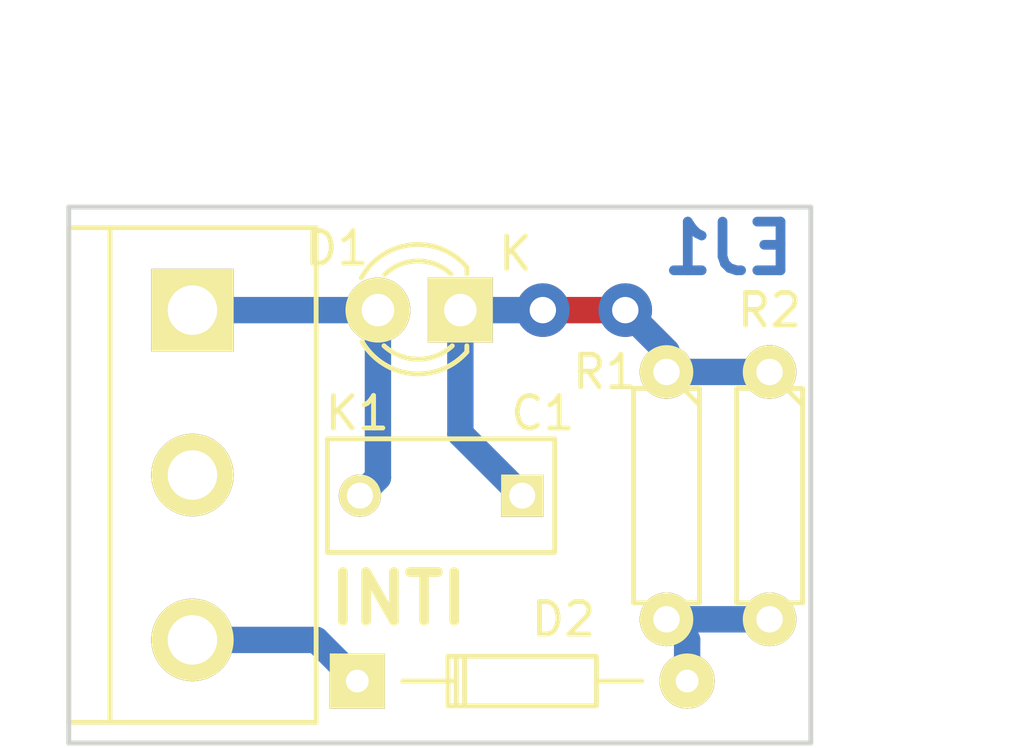
<source format=kicad_pcb>
(kicad_pcb (version 4) (host pcbnew 4.0.0-rc1-stable)

  (general
    (links 8)
    (no_connects 0)
    (area 126.924999 95.809999 149.935001 112.470001)
    (thickness 1.6)
    (drawings 8)
    (tracks 18)
    (zones 0)
    (modules 6)
    (nets 6)
  )

  (page A4)
  (title_block
    (title "Práctica KiCad")
    (date 2015-11-30)
    (rev 1.0)
    (company "Nucleoelétrica Argentina SA")
    (comment 1 "Autor: Pablo Origlia")
  )

  (layers
    (0 F.Cu signal)
    (31 B.Cu signal)
    (32 B.Adhes user)
    (33 F.Adhes user)
    (34 B.Paste user)
    (35 F.Paste user)
    (36 B.SilkS user)
    (37 F.SilkS user)
    (38 B.Mask user)
    (39 F.Mask user)
    (40 Dwgs.User user)
    (41 Cmts.User user)
    (42 Eco1.User user)
    (43 Eco2.User user)
    (44 Edge.Cuts user)
    (45 Margin user)
    (46 B.CrtYd user)
    (47 F.CrtYd user)
    (48 B.Fab user)
    (49 F.Fab user)
  )

  (setup
    (last_trace_width 0.25)
    (user_trace_width 0.8128)
    (trace_clearance 0.8128)
    (zone_clearance 0.508)
    (zone_45_only no)
    (trace_min 0.2)
    (segment_width 0.2)
    (edge_width 0.15)
    (via_size 0.6)
    (via_drill 0.4)
    (via_min_size 0.4)
    (via_min_drill 0.3)
    (user_via 1.651 0.8128)
    (uvia_size 0.3)
    (uvia_drill 0.1)
    (uvias_allowed no)
    (uvia_min_size 0.2)
    (uvia_min_drill 0.1)
    (pcb_text_width 0.3)
    (pcb_text_size 1.5 1.5)
    (mod_edge_width 0.15)
    (mod_text_size 1 1)
    (mod_text_width 0.15)
    (pad_size 1.524 1.524)
    (pad_drill 0.762)
    (pad_to_mask_clearance 0.2)
    (aux_axis_origin 0 0)
    (visible_elements 7FFEFFFF)
    (pcbplotparams
      (layerselection 0x00030_80000001)
      (usegerberextensions false)
      (excludeedgelayer true)
      (linewidth 0.100000)
      (plotframeref false)
      (viasonmask false)
      (mode 1)
      (useauxorigin false)
      (hpglpennumber 1)
      (hpglpenspeed 20)
      (hpglpendiameter 15)
      (hpglpenoverlay 2)
      (psnegative false)
      (psa4output false)
      (plotreference true)
      (plotvalue true)
      (plotinvisibletext false)
      (padsonsilk false)
      (subtractmaskfromsilk false)
      (outputformat 1)
      (mirror false)
      (drillshape 1)
      (scaleselection 1)
      (outputdirectory ""))
  )

  (net 0 "")
  (net 1 "Net-(C1-Pad1)")
  (net 2 "Net-(C1-Pad2)")
  (net 3 "Net-(D2-Pad2)")
  (net 4 "Net-(D2-Pad1)")
  (net 5 "Net-(K1-Pad2)")

  (net_class Default "This is the default net class."
    (clearance 0.8128)
    (trace_width 0.25)
    (via_dia 0.6)
    (via_drill 0.4)
    (uvia_dia 0.3)
    (uvia_drill 0.1)
    (add_net "Net-(C1-Pad1)")
    (add_net "Net-(C1-Pad2)")
    (add_net "Net-(D2-Pad1)")
    (add_net "Net-(D2-Pad2)")
    (add_net "Net-(K1-Pad2)")
  )

  (module ej1:C_Rect_L7_W3.5_P5 (layer F.Cu) (tedit 565C70DE) (tstamp 565C69EA)
    (at 140.97 104.775 180)
    (descr "Film Capacitor Length 7mm x Width 3.5mm, Pitch 5mm")
    (tags Capacitor)
    (path /565C5C0B)
    (fp_text reference C1 (at -0.635 2.54 180) (layer F.SilkS)
      (effects (font (size 1 1) (thickness 0.15)))
    )
    (fp_text value "100 nF" (at 2.5 3 180) (layer F.Fab)
      (effects (font (size 1 1) (thickness 0.15)))
    )
    (fp_line (start -1.25 -2) (end 6.25 -2) (layer F.CrtYd) (width 0.05))
    (fp_line (start 6.25 -2) (end 6.25 2) (layer F.CrtYd) (width 0.05))
    (fp_line (start 6.25 2) (end -1.25 2) (layer F.CrtYd) (width 0.05))
    (fp_line (start -1.25 2) (end -1.25 -2) (layer F.CrtYd) (width 0.05))
    (fp_line (start -1 -1.75) (end 6 -1.75) (layer F.SilkS) (width 0.15))
    (fp_line (start 6 -1.75) (end 6 1.75) (layer F.SilkS) (width 0.15))
    (fp_line (start 6 1.75) (end -1 1.75) (layer F.SilkS) (width 0.15))
    (fp_line (start -1 1.75) (end -1 -1.75) (layer F.SilkS) (width 0.15))
    (pad 1 thru_hole rect (at 0 0 180) (size 1.3 1.3) (drill 0.8) (layers *.Cu *.Mask F.SilkS)
      (net 1 "Net-(C1-Pad1)"))
    (pad 2 thru_hole circle (at 5 0 180) (size 1.3 1.3) (drill 0.8) (layers *.Cu *.Mask F.SilkS)
      (net 2 "Net-(C1-Pad2)"))
    (model ../../../../../../Users/Pablo/Desktop/origlia_pablo/ej1.3dshapes/cnp_6mm_disc.wrl
      (at (xyz 0.1 0 0))
      (scale (xyz 1 1 1))
      (rotate (xyz 0 0 0))
    )
  )

  (module ej1:LED-3MM (layer F.Cu) (tedit 565C7084) (tstamp 565C69F0)
    (at 139.065 99.06 180)
    (descr "LED 3mm round vertical")
    (tags "LED  3mm round vertical")
    (path /565C5BCF)
    (fp_text reference D1 (at 3.81 1.905 180) (layer F.SilkS)
      (effects (font (size 1 1) (thickness 0.15)))
    )
    (fp_text value "LED ROJO" (at 1.3 -2.9 180) (layer F.Fab)
      (effects (font (size 1 1) (thickness 0.15)))
    )
    (fp_line (start -1.2 2.3) (end 3.8 2.3) (layer F.CrtYd) (width 0.05))
    (fp_line (start 3.8 2.3) (end 3.8 -2.2) (layer F.CrtYd) (width 0.05))
    (fp_line (start 3.8 -2.2) (end -1.2 -2.2) (layer F.CrtYd) (width 0.05))
    (fp_line (start -1.2 -2.2) (end -1.2 2.3) (layer F.CrtYd) (width 0.05))
    (fp_line (start -0.199 1.314) (end -0.199 1.114) (layer F.SilkS) (width 0.15))
    (fp_line (start -0.199 -1.28) (end -0.199 -1.1) (layer F.SilkS) (width 0.15))
    (fp_arc (start 1.301 0.034) (end -0.199 -1.286) (angle 108.5) (layer F.SilkS) (width 0.15))
    (fp_arc (start 1.301 0.034) (end 0.25 -1.1) (angle 85.7) (layer F.SilkS) (width 0.15))
    (fp_arc (start 1.311 0.034) (end 3.051 0.994) (angle 110) (layer F.SilkS) (width 0.15))
    (fp_arc (start 1.301 0.034) (end 2.335 1.094) (angle 87.5) (layer F.SilkS) (width 0.15))
    (fp_text user K (at -1.69 1.74 180) (layer F.SilkS)
      (effects (font (size 1 1) (thickness 0.15)))
    )
    (pad 1 thru_hole rect (at 0 0 270) (size 2 2) (drill 1.00076) (layers *.Cu *.Mask F.SilkS)
      (net 1 "Net-(C1-Pad1)"))
    (pad 2 thru_hole circle (at 2.54 0 180) (size 2 2) (drill 1.00076) (layers *.Cu *.Mask F.SilkS)
      (net 2 "Net-(C1-Pad2)"))
    (model ../../../../../../Users/Pablo/Desktop/origlia_pablo/ej1.3dshapes/LED-3MM.wrl
      (at (xyz 0.05 0 0))
      (scale (xyz 1 1 1))
      (rotate (xyz 0 0 90))
    )
  )

  (module ej1:Diode_DO-35_SOD27_Horizontal_RM10 (layer F.Cu) (tedit 565C7095) (tstamp 565C69F6)
    (at 135.89 110.49)
    (descr "Diode, DO-35,  SOD27, Horizontal, RM 10mm")
    (tags "Diode, DO-35, SOD27, Horizontal, RM 10mm, 1N4148,")
    (path /565C5CA9)
    (fp_text reference D2 (at 6.35 -1.905) (layer F.SilkS)
      (effects (font (size 1 1) (thickness 0.15)))
    )
    (fp_text value 1N4148 (at 4.41452 -3.55854) (layer F.Fab)
      (effects (font (size 1 1) (thickness 0.15)))
    )
    (fp_line (start 7.36652 -0.00254) (end 8.76352 -0.00254) (layer F.SilkS) (width 0.15))
    (fp_line (start 2.92152 -0.00254) (end 1.39752 -0.00254) (layer F.SilkS) (width 0.15))
    (fp_line (start 3.30252 -0.76454) (end 3.30252 0.75946) (layer F.SilkS) (width 0.15))
    (fp_line (start 3.04852 -0.76454) (end 3.04852 0.75946) (layer F.SilkS) (width 0.15))
    (fp_line (start 2.79452 -0.00254) (end 2.79452 0.75946) (layer F.SilkS) (width 0.15))
    (fp_line (start 2.79452 0.75946) (end 7.36652 0.75946) (layer F.SilkS) (width 0.15))
    (fp_line (start 7.36652 0.75946) (end 7.36652 -0.76454) (layer F.SilkS) (width 0.15))
    (fp_line (start 7.36652 -0.76454) (end 2.79452 -0.76454) (layer F.SilkS) (width 0.15))
    (fp_line (start 2.79452 -0.76454) (end 2.79452 -0.00254) (layer F.SilkS) (width 0.15))
    (pad 2 thru_hole circle (at 10.16052 -0.00254 180) (size 1.69926 1.69926) (drill 0.70104) (layers *.Cu *.Mask F.SilkS)
      (net 3 "Net-(D2-Pad2)"))
    (pad 1 thru_hole rect (at 0.00052 -0.00254 180) (size 1.69926 1.69926) (drill 0.70104) (layers *.Cu *.Mask F.SilkS)
      (net 4 "Net-(D2-Pad1)"))
    (model ../../../../../../Users/Pablo/Desktop/origlia_pablo/ej1.3dshapes/Diode_DO-35_SOD27_Horizontal_RM10.wrl
      (at (xyz 0.2 0 0))
      (scale (xyz 0.4 0.4 0.4))
      (rotate (xyz 0 0 180))
    )
  )

  (module ej1:bornier3 (layer F.Cu) (tedit 565C70FA) (tstamp 565C69FD)
    (at 130.81 104.14 270)
    (descr "Bornier d'alimentation 3 pins")
    (tags DEV)
    (path /565C5B45)
    (fp_text reference K1 (at -1.905 -5.08 360) (layer F.SilkS)
      (effects (font (size 1 1) (thickness 0.15)))
    )
    (fp_text value CONN_3 (at 0 5.08 270) (layer F.Fab)
      (effects (font (size 1 1) (thickness 0.15)))
    )
    (fp_line (start -7.62 3.81) (end -7.62 -3.81) (layer F.SilkS) (width 0.15))
    (fp_line (start 7.62 3.81) (end 7.62 -3.81) (layer F.SilkS) (width 0.15))
    (fp_line (start -7.62 2.54) (end 7.62 2.54) (layer F.SilkS) (width 0.15))
    (fp_line (start -7.62 -3.81) (end 7.62 -3.81) (layer F.SilkS) (width 0.15))
    (fp_line (start -7.62 3.81) (end 7.62 3.81) (layer F.SilkS) (width 0.15))
    (pad 1 thru_hole rect (at -5.08 0 270) (size 2.54 2.54) (drill 1.524) (layers *.Cu *.Mask F.SilkS)
      (net 2 "Net-(C1-Pad2)"))
    (pad 2 thru_hole circle (at 0 0 270) (size 2.54 2.54) (drill 1.524) (layers *.Cu *.Mask F.SilkS)
      (net 5 "Net-(K1-Pad2)"))
    (pad 3 thru_hole circle (at 5.08 0 270) (size 2.54 2.54) (drill 1.524) (layers *.Cu *.Mask F.SilkS)
      (net 4 "Net-(D2-Pad1)"))
    (model ../../../../../../Users/Pablo/Desktop/origlia_pablo/ej1.3dshapes/bornier3.wrl
      (at (xyz 0 0 0))
      (scale (xyz 1 1 1))
      (rotate (xyz 0 0 0))
    )
  )

  (module ej1:R3-LARGE_PADS (layer F.Cu) (tedit 565C70E9) (tstamp 565C6A03)
    (at 145.415 104.775 270)
    (descr "Resitance 3 pas")
    (tags R)
    (path /565C5CD4)
    (fp_text reference R1 (at -3.81 1.905 360) (layer F.SilkS)
      (effects (font (size 1 1) (thickness 0.15)))
    )
    (fp_text value 100K (at 0 0 270) (layer F.Fab)
      (effects (font (size 1 1) (thickness 0.15)))
    )
    (fp_line (start -3.81 0) (end -3.302 0) (layer F.SilkS) (width 0.15))
    (fp_line (start 3.81 0) (end 3.302 0) (layer F.SilkS) (width 0.15))
    (fp_line (start 3.302 0) (end 3.302 -1.016) (layer F.SilkS) (width 0.15))
    (fp_line (start 3.302 -1.016) (end -3.302 -1.016) (layer F.SilkS) (width 0.15))
    (fp_line (start -3.302 -1.016) (end -3.302 1.016) (layer F.SilkS) (width 0.15))
    (fp_line (start -3.302 1.016) (end 3.302 1.016) (layer F.SilkS) (width 0.15))
    (fp_line (start 3.302 1.016) (end 3.302 0) (layer F.SilkS) (width 0.15))
    (fp_line (start -3.302 -0.508) (end -2.794 -1.016) (layer F.SilkS) (width 0.15))
    (pad 1 thru_hole circle (at -3.81 0 270) (size 1.651 1.651) (drill 0.8128) (layers *.Cu *.Mask F.SilkS)
      (net 1 "Net-(C1-Pad1)"))
    (pad 2 thru_hole circle (at 3.81 0 270) (size 1.651 1.651) (drill 0.8128) (layers *.Cu *.Mask F.SilkS)
      (net 3 "Net-(D2-Pad2)"))
    (model ../../../../../../Users/Pablo/Desktop/origlia_pablo/ej1.3dshapes/R3-LARGE_PADS.wrl
      (at (xyz 0 0 0))
      (scale (xyz 0.3 0.3 0.3))
      (rotate (xyz 0 0 0))
    )
  )

  (module ej1:R3-LARGE_PADS (layer F.Cu) (tedit 565CAB96) (tstamp 565CAAFF)
    (at 148.59 104.775 270)
    (descr "Resitance 3 pas")
    (tags R)
    (path /565CA8D3)
    (fp_text reference R2 (at -5.715 0 360) (layer F.SilkS)
      (effects (font (size 1 1) (thickness 0.15)))
    )
    (fp_text value 100K (at 0 0 270) (layer F.Fab)
      (effects (font (size 1 1) (thickness 0.15)))
    )
    (fp_line (start -3.81 0) (end -3.302 0) (layer F.SilkS) (width 0.15))
    (fp_line (start 3.81 0) (end 3.302 0) (layer F.SilkS) (width 0.15))
    (fp_line (start 3.302 0) (end 3.302 -1.016) (layer F.SilkS) (width 0.15))
    (fp_line (start 3.302 -1.016) (end -3.302 -1.016) (layer F.SilkS) (width 0.15))
    (fp_line (start -3.302 -1.016) (end -3.302 1.016) (layer F.SilkS) (width 0.15))
    (fp_line (start -3.302 1.016) (end 3.302 1.016) (layer F.SilkS) (width 0.15))
    (fp_line (start 3.302 1.016) (end 3.302 0) (layer F.SilkS) (width 0.15))
    (fp_line (start -3.302 -0.508) (end -2.794 -1.016) (layer F.SilkS) (width 0.15))
    (pad 1 thru_hole circle (at -3.81 0 270) (size 1.651 1.651) (drill 0.8128) (layers *.Cu *.Mask F.SilkS)
      (net 1 "Net-(C1-Pad1)"))
    (pad 2 thru_hole circle (at 3.81 0 270) (size 1.651 1.651) (drill 0.8128) (layers *.Cu *.Mask F.SilkS)
      (net 3 "Net-(D2-Pad2)"))
    (model ../../../../../../Users/Pablo/Desktop/origlia_pablo/ej1.3dshapes/R3-LARGE_PADS.wrl
      (at (xyz 0 0 0))
      (scale (xyz 0.3 0.3 0.3))
      (rotate (xyz 0 0 0))
    )
  )

  (dimension 22.86 (width 0.3) (layer Dwgs.User)
    (gr_text 22,860mm (at 138.43 91.36) (layer Dwgs.User)
      (effects (font (size 1.5 1.5) (thickness 0.3)))
    )
    (feature1 (pts (xy 149.86 95.885) (xy 149.86 90.01)))
    (feature2 (pts (xy 127 95.885) (xy 127 90.01)))
    (crossbar (pts (xy 127 92.71) (xy 149.86 92.71)))
    (arrow1a (pts (xy 149.86 92.71) (xy 148.733496 93.296421)))
    (arrow1b (pts (xy 149.86 92.71) (xy 148.733496 92.123579)))
    (arrow2a (pts (xy 127 92.71) (xy 128.126504 93.296421)))
    (arrow2b (pts (xy 127 92.71) (xy 128.126504 92.123579)))
  )
  (dimension 16.51 (width 0.3) (layer Dwgs.User)
    (gr_text 16,510mm (at 153.75 104.14 270) (layer Dwgs.User)
      (effects (font (size 1.5 1.5) (thickness 0.3)))
    )
    (feature1 (pts (xy 149.86 112.395) (xy 155.1 112.395)))
    (feature2 (pts (xy 149.86 95.885) (xy 155.1 95.885)))
    (crossbar (pts (xy 152.4 95.885) (xy 152.4 112.395)))
    (arrow1a (pts (xy 152.4 112.395) (xy 151.813579 111.268496)))
    (arrow1b (pts (xy 152.4 112.395) (xy 152.986421 111.268496)))
    (arrow2a (pts (xy 152.4 95.885) (xy 151.813579 97.011504)))
    (arrow2b (pts (xy 152.4 95.885) (xy 152.986421 97.011504)))
  )
  (gr_line (start 127 112.395) (end 127 95.885) (angle 90) (layer Edge.Cuts) (width 0.15))
  (gr_line (start 149.86 112.395) (end 127 112.395) (angle 90) (layer Edge.Cuts) (width 0.15))
  (gr_line (start 149.86 95.885) (end 149.86 112.395) (angle 90) (layer Edge.Cuts) (width 0.15))
  (gr_line (start 127 95.885) (end 149.86 95.885) (angle 90) (layer Edge.Cuts) (width 0.15))
  (gr_text INTI (at 137.16 107.95) (layer F.SilkS)
    (effects (font (size 1.5 1.5) (thickness 0.3)))
  )
  (gr_text EJ1 (at 147.32 97.155) (layer B.Cu)
    (effects (font (size 1.5 1.5) (thickness 0.3)) (justify mirror))
  )

  (segment (start 148.59 100.965) (end 145.415 100.965) (width 0.8128) (layer B.Cu) (net 1))
  (segment (start 139.065 99.06) (end 141.605 99.06) (width 0.8128) (layer B.Cu) (net 1))
  (segment (start 144.145 99.06) (end 145.415 100.33) (width 0.8128) (layer B.Cu) (net 1) (tstamp 565CA897))
  (via (at 144.145 99.06) (size 1.651) (drill 0.8128) (layers F.Cu B.Cu) (net 1))
  (segment (start 141.605 99.06) (end 144.145 99.06) (width 0.8128) (layer F.Cu) (net 1) (tstamp 565CA894))
  (via (at 141.605 99.06) (size 1.651) (drill 0.8128) (layers F.Cu B.Cu) (net 1))
  (segment (start 145.415 100.33) (end 145.415 100.965) (width 0.8128) (layer B.Cu) (net 1) (tstamp 565CA898))
  (segment (start 139.065 99.06) (end 139.065 102.87) (width 0.8128) (layer B.Cu) (net 1))
  (segment (start 139.065 102.87) (end 140.97 104.775) (width 0.8128) (layer B.Cu) (net 1) (tstamp 565CA85F))
  (segment (start 136.525 99.06) (end 136.525 104.22) (width 0.8128) (layer B.Cu) (net 2))
  (segment (start 136.525 104.22) (end 135.97 104.775) (width 0.8128) (layer B.Cu) (net 2) (tstamp 565CA854))
  (segment (start 130.81 99.06) (end 136.525 99.06) (width 0.8128) (layer B.Cu) (net 2))
  (segment (start 136.525 99.06) (end 136.605 99.14) (width 0.8128) (layer B.Cu) (net 2) (tstamp 565CA839))
  (segment (start 145.415 108.585) (end 148.59 108.585) (width 0.8128) (layer B.Cu) (net 3))
  (segment (start 146.05052 110.48746) (end 146.05052 109.22052) (width 0.8128) (layer B.Cu) (net 3))
  (segment (start 146.05052 109.22052) (end 145.415 108.585) (width 0.8128) (layer B.Cu) (net 3) (tstamp 565CA887))
  (segment (start 130.81 109.22) (end 134.62306 109.22) (width 0.8128) (layer B.Cu) (net 4))
  (segment (start 134.62306 109.22) (end 135.89052 110.48746) (width 0.8128) (layer B.Cu) (net 4) (tstamp 565CA7E8))

)

</source>
